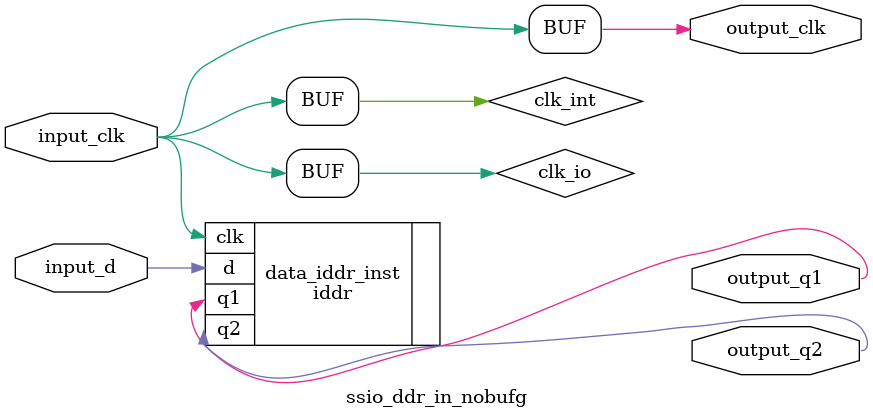
<source format=v>
/*

Kepler: This is copied from ssio_ddr_in.v, it is a modified version that does not insert BUFGs
        This is required for our hacks in rgmii_phy_if

Copyright (c) 2016-2018 Alex Forencich

Permission is hereby granted, free of charge, to any person obtaining a copy
of this software and associated documentation files (the "Software"), to deal
in the Software without restriction, including without limitation the rights
to use, copy, modify, merge, publish, distribute, sublicense, and/or sell
copies of the Software, and to permit persons to whom the Software is
furnished to do so, subject to the following conditions:

The above copyright notice and this permission notice shall be included in
all copies or substantial portions of the Software.

THE SOFTWARE IS PROVIDED "AS IS", WITHOUT WARRANTY OF ANY KIND, EXPRESS OR
IMPLIED, INCLUDING BUT NOT LIMITED TO THE WARRANTIES OF MERCHANTABILITY
FITNESS FOR A PARTICULAR PURPOSE AND NONINFRINGEMENT. IN NO EVENT SHALL THE
AUTHORS OR COPYRIGHT HOLDERS BE LIABLE FOR ANY CLAIM, DAMAGES OR OTHER
LIABILITY, WHETHER IN AN ACTION OF CONTRACT, TORT OR OTHERWISE, ARISING FROM,
OUT OF OR IN CONNECTION WITH THE SOFTWARE OR THE USE OR OTHER DEALINGS IN
THE SOFTWARE.

*/

// Language: Verilog 2001

`timescale 1ns / 1ps

/*
 * Generic source synchronous DDR input
 */
module ssio_ddr_in_nobufg #
(
    // target ("SIM", "GENERIC", "XILINX", "ALTERA")
    parameter TARGET = "GENERIC",
    // IODDR style ("IODDR", "IODDR2")
    // Use IODDR for Virtex-4, Virtex-5, Virtex-6, 7 Series, Ultrascale
    // Use IODDR2 for Spartan-6
    parameter IODDR_STYLE = "IODDR2",
    // Clock input style ("BUFG", "BUFR", "BUFIO", "BUFIO2")
    // Use BUFR for Virtex-5, Virtex-6, 7-series
    // Use BUFG for Ultrascale
    // Use BUFIO2 for Spartan-6
    parameter CLOCK_INPUT_STYLE = "BUFIO2",
    // Width of register in bits
    parameter WIDTH = 1
)
(
    (* clock_buffer_type = "none" *) input  wire             input_clk,

    input  wire [WIDTH-1:0] input_d,

    (* clock_buffer_type = "none" *) output wire             output_clk,

    output wire [WIDTH-1:0] output_q1,
    output wire [WIDTH-1:0] output_q2
);

(* clock_buffer_type = "none" *) wire clk_int;
(* clock_buffer_type = "none" *) wire clk_io;

// pass through RX clock to input buffers
assign clk_io = input_clk;

// pass through RX clock to logic
assign clk_int = input_clk;
assign output_clk = clk_int;

iddr #(
    .TARGET(TARGET),
    .IODDR_STYLE(IODDR_STYLE),
    .WIDTH(WIDTH)
)
data_iddr_inst (
    .clk(clk_io),
    .d(input_d),
    .q1(output_q1),
    .q2(output_q2)
);

endmodule

</source>
